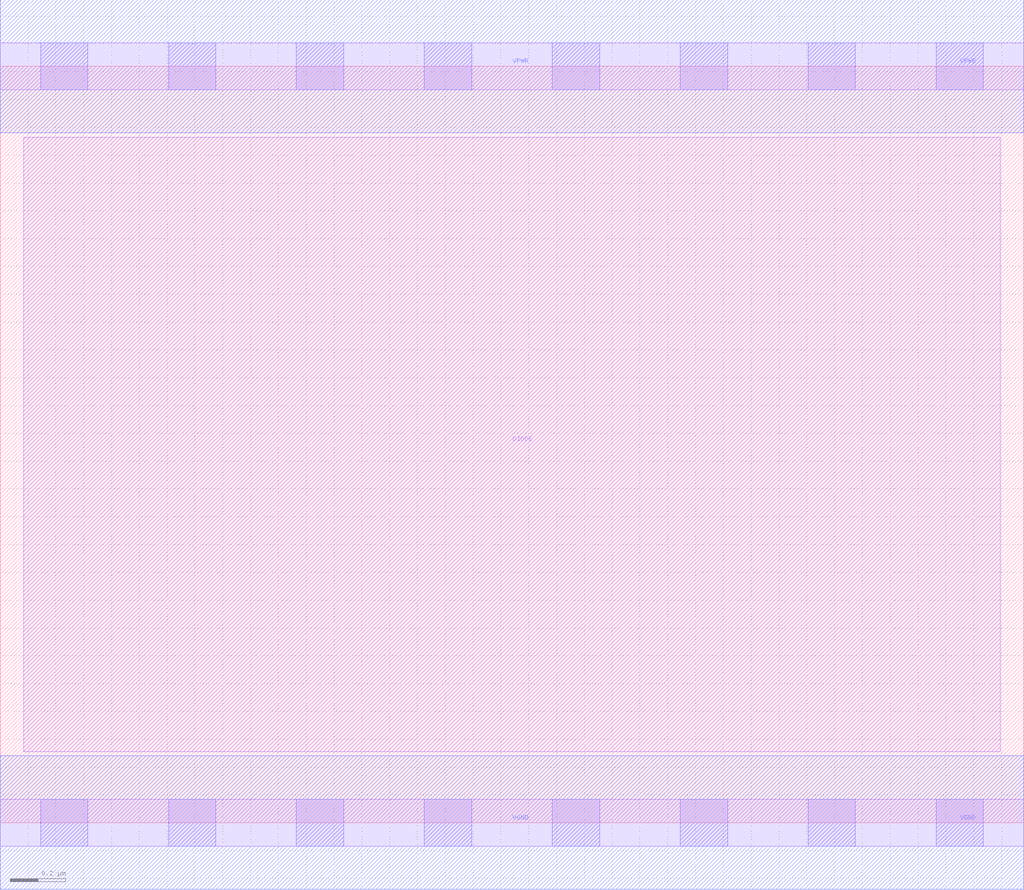
<source format=lef>
# Copyright 2020 The SkyWater PDK Authors
#
# Licensed under the Apache License, Version 2.0 (the "License");
# you may not use this file except in compliance with the License.
# You may obtain a copy of the License at
#
#     https://www.apache.org/licenses/LICENSE-2.0
#
# Unless required by applicable law or agreed to in writing, software
# distributed under the License is distributed on an "AS IS" BASIS,
# WITHOUT WARRANTIES OR CONDITIONS OF ANY KIND, either express or implied.
# See the License for the specific language governing permissions and
# limitations under the License.
#
# SPDX-License-Identifier: Apache-2.0

VERSION 5.7 ;
  NAMESCASESENSITIVE ON ;
  NOWIREEXTENSIONATPIN ON ;
  DIVIDERCHAR "/" ;
  BUSBITCHARS "[]" ;
UNITS
  DATABASE MICRONS 200 ;
END UNITS
PROPERTYDEFINITIONS
  MACRO maskLayoutSubType STRING ;
  MACRO prCellType STRING ;
  MACRO originalViewName STRING ;
END PROPERTYDEFINITIONS
MACRO sky130_fd_sc_hdll__diode_8
  CLASS CORE ;
  FOREIGN sky130_fd_sc_hdll__diode_8 ;
  ORIGIN  0.000000  0.000000 ;
  SIZE  3.680000 BY  2.720000 ;
  SYMMETRY X Y R90 ;
  SITE unithd ;
  PIN DIODE
    ANTENNADIFFAREA  3.546400 ;
    DIRECTION INPUT ;
    USE SIGNAL ;
    PORT
      LAYER li1 ;
        RECT 0.085000 0.255000 3.595000 2.465000 ;
    END
  END DIODE
  PIN VGND
    USE GROUND ;
    PORT
      LAYER li1 ;
        RECT 0.000000 -0.085000 3.680000 0.085000 ;
      LAYER mcon ;
        RECT 0.145000 -0.085000 0.315000 0.085000 ;
        RECT 0.605000 -0.085000 0.775000 0.085000 ;
        RECT 1.065000 -0.085000 1.235000 0.085000 ;
        RECT 1.525000 -0.085000 1.695000 0.085000 ;
        RECT 1.985000 -0.085000 2.155000 0.085000 ;
        RECT 2.445000 -0.085000 2.615000 0.085000 ;
        RECT 2.905000 -0.085000 3.075000 0.085000 ;
        RECT 3.365000 -0.085000 3.535000 0.085000 ;
      LAYER met1 ;
        RECT 0.000000 -0.240000 3.680000 0.240000 ;
    END
  END VGND
  PIN VPWR
    USE POWER ;
    PORT
      LAYER li1 ;
        RECT 0.000000 2.635000 3.680000 2.805000 ;
      LAYER mcon ;
        RECT 0.145000 2.635000 0.315000 2.805000 ;
        RECT 0.605000 2.635000 0.775000 2.805000 ;
        RECT 1.065000 2.635000 1.235000 2.805000 ;
        RECT 1.525000 2.635000 1.695000 2.805000 ;
        RECT 1.985000 2.635000 2.155000 2.805000 ;
        RECT 2.445000 2.635000 2.615000 2.805000 ;
        RECT 2.905000 2.635000 3.075000 2.805000 ;
        RECT 3.365000 2.635000 3.535000 2.805000 ;
      LAYER met1 ;
        RECT 0.000000 2.480000 3.680000 2.960000 ;
    END
  END VPWR
  PROPERTY maskLayoutSubType "abstract" ;
  PROPERTY prCellType "standard" ;
  PROPERTY originalViewName "layout" ;
END sky130_fd_sc_hdll__diode_8

</source>
